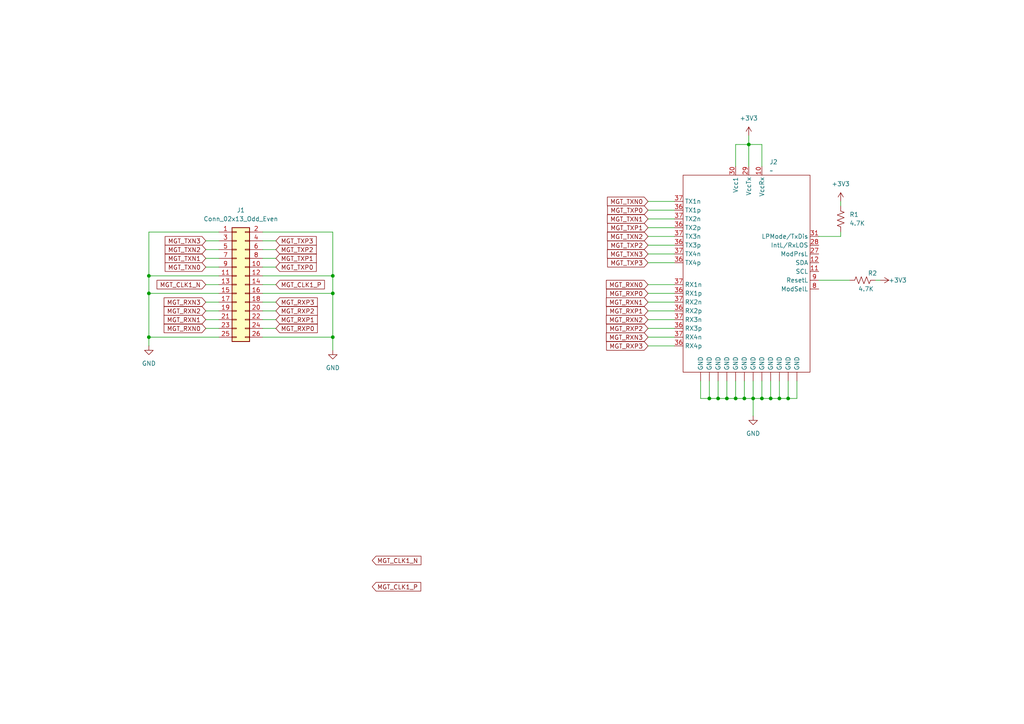
<source format=kicad_sch>
(kicad_sch (version 20231120) (generator "eeschema") (generator_version "8.0")
  (paper "A4")
  (lib_symbols
    (symbol "Connector_Generic:Conn_02x13_Odd_Even" (pin_names (offset 1.016) hide)
      (property "Reference" "J" (at 1.27 17.78 0))
      (property "Value" "Conn_02x13_Odd_Even" (at 1.27 -17.78 0))
      (symbol "Conn_02x13_Odd_Even_1_1"
        (rectangle (start -1.27 -15.113) (end 0 -15.367) (stroke (width 0.1524)))
        (rectangle (start -1.27 -12.573) (end 0 -12.827) (stroke (width 0.1524)))
        (rectangle (start -1.27 -10.033) (end 0 -10.287) (stroke (width 0.1524)))
        (rectangle (start -1.27 -7.493) (end 0 -7.747) (stroke (width 0.1524)))
        (rectangle (start -1.27 -4.953) (end 0 -5.207) (stroke (width 0.1524)))
        (rectangle (start -1.27 -2.413) (end 0 -2.667) (stroke (width 0.1524)))
        (rectangle (start -1.27 0.127) (end 0 -0.127) (stroke (width 0.1524)))
        (rectangle (start -1.27 2.667) (end 0 2.413) (stroke (width 0.1524)))
        (rectangle (start -1.27 5.207) (end 0 4.953) (stroke (width 0.1524)))
        (rectangle (start -1.27 7.747) (end 0 7.493) (stroke (width 0.1524)))
        (rectangle (start -1.27 10.287) (end 0 10.033) (stroke (width 0.1524)))
        (rectangle (start -1.27 12.827) (end 0 12.573) (stroke (width 0.1524)))
        (rectangle (start -1.27 15.367) (end 0 15.113) (stroke (width 0.1524)))
        (rectangle (start -1.27 16.51) (end 3.81 -16.51) (stroke (width 0.254)) (fill (type background)))
        (rectangle (start 3.81 -15.113) (end 2.54 -15.367) (stroke (width 0.1524)))
        (rectangle (start 3.81 -12.573) (end 2.54 -12.827) (stroke (width 0.1524)))
        (rectangle (start 3.81 -10.033) (end 2.54 -10.287) (stroke (width 0.1524)))
        (rectangle (start 3.81 -7.493) (end 2.54 -7.747) (stroke (width 0.1524)))
        (rectangle (start 3.81 -4.953) (end 2.54 -5.207) (stroke (width 0.1524)))
        (rectangle (start 3.81 -2.413) (end 2.54 -2.667) (stroke (width 0.1524)))
        (rectangle (start 3.81 0.127) (end 2.54 -0.127) (stroke (width 0.1524)))
        (rectangle (start 3.81 2.667) (end 2.54 2.413) (stroke (width 0.1524)))
        (rectangle (start 3.81 5.207) (end 2.54 4.953) (stroke (width 0.1524)))
        (rectangle (start 3.81 7.747) (end 2.54 7.493) (stroke (width 0.1524)))
        (rectangle (start 3.81 10.287) (end 2.54 10.033) (stroke (width 0.1524)))
        (rectangle (start 3.81 12.827) (end 2.54 12.573) (stroke (width 0.1524)))
        (rectangle (start 3.81 15.367) (end 2.54 15.113) (stroke (width 0.1524)))
        (pin passive line (at -5.08 15.24 0) (length 3.81) (name "Pin_1") (number "1"))
        (pin passive line (at 7.62 5.08 180) (length 3.81) (name "Pin_10") (number "10"))
        (pin passive line (at -5.08 2.54 0) (length 3.81) (name "Pin_11") (number "11"))
        (pin passive line (at 7.62 2.54 180) (length 3.81) (name "Pin_12") (number "12"))
        (pin passive line (at -5.08 0 0) (length 3.81) (name "Pin_13") (number "13"))
        (pin passive line (at 7.62 0 180) (length 3.81) (name "Pin_14") (number "14"))
        (pin passive line (at -5.08 -2.54 0) (length 3.81) (name "Pin_15") (number "15"))
        (pin passive line (at 7.62 -2.54 180) (length 3.81) (name "Pin_16") (number "16"))
        (pin passive line (at -5.08 -5.08 0) (length 3.81) (name "Pin_17") (number "17"))
        (pin passive line (at 7.62 -5.08 180) (length 3.81) (name "Pin_18") (number "18"))
        (pin passive line (at -5.08 -7.62 0) (length 3.81) (name "Pin_19") (number "19"))
        (pin passive line (at 7.62 15.24 180) (length 3.81) (name "Pin_2") (number "2"))
        (pin passive line (at 7.62 -7.62 180) (length 3.81) (name "Pin_20") (number "20"))
        (pin passive line (at -5.08 -10.16 0) (length 3.81) (name "Pin_21") (number "21"))
        (pin passive line (at 7.62 -10.16 180) (length 3.81) (name "Pin_22") (number "22"))
        (pin passive line (at -5.08 -12.7 0) (length 3.81) (name "Pin_23") (number "23"))
        (pin passive line (at 7.62 -12.7 180) (length 3.81) (name "Pin_24") (number "24"))
        (pin passive line (at -5.08 -15.24 0) (length 3.81) (name "Pin_25") (number "25"))
        (pin passive line (at 7.62 -15.24 180) (length 3.81) (name "Pin_26") (number "26"))
        (pin passive line (at -5.08 12.7 0) (length 3.81) (name "Pin_3") (number "3"))
        (pin passive line (at 7.62 12.7 180) (length 3.81) (name "Pin_4") (number "4"))
        (pin passive line (at -5.08 10.16 0) (length 3.81) (name "Pin_5") (number "5"))
        (pin passive line (at 7.62 10.16 180) (length 3.81) (name "Pin_6") (number "6"))
        (pin passive line (at -5.08 7.62 0) (length 3.81) (name "Pin_7") (number "7"))
        (pin passive line (at 7.62 7.62 180) (length 3.81) (name "Pin_8") (number "8"))
        (pin passive line (at -5.08 5.08 0) (length 3.81) (name "Pin_9") (number "9"))
      )
    )
    (symbol "Device:R_US" (pin_numbers hide) (pin_names (offset 0))
      (property "Reference" "R" (at 2.54 0 90))
      (property "Value" "R_US" (at -2.54 0 90))
      (symbol "R_US_0_1"
        (polyline (pts (xy 0 -2.286) (xy 0 -2.54)))
        (polyline (pts (xy 0 2.286) (xy 0 2.54)))
        (polyline (pts (xy 0 -0.762) (xy 1.016 -1.143) (xy 0 -1.524) (xy -1.016 -1.905) (xy 0 -2.286)))
        (polyline (pts (xy 0 0.762) (xy 1.016 0.381) (xy 0 0) (xy -1.016 -0.381) (xy 0 -0.762)))
        (polyline (pts (xy 0 2.286) (xy 1.016 1.905) (xy 0 1.524) (xy -1.016 1.143) (xy 0 0.762)))
      )
      (symbol "R_US_1_1"
        (pin passive line (at 0 3.81 270) (length 1.27) (name "~") (number "1"))
        (pin passive line (at 0 -3.81 90) (length 1.27) (name "~") (number "2"))
      )
    )
    (symbol "QSFP:QSFP112"
      (property "Reference" "J" (at -19.812 29.464 0))
      (symbol "QSFP112_0_1"
        (rectangle (start -20.32 27.94) (end 16.51 -29.21))
      )
      (symbol "QSFP112_1_1"
        (pin power_in line (at -15.24 -31.75 90) (length 2.54) (name "GND") (number ""))
        (pin power_in line (at -12.7 -31.75 90) (length 2.54) (name "GND") (number ""))
        (pin power_in line (at -10.16 -31.75 90) (length 2.54) (name "GND") (number ""))
        (pin power_in line (at -7.62 -31.75 90) (length 2.54) (name "GND") (number ""))
        (pin power_in line (at -5.08 -31.75 90) (length 2.54) (name "GND") (number ""))
        (pin power_in line (at -2.54 -31.75 90) (length 2.54) (name "GND") (number ""))
        (pin power_in line (at 0 -31.75 90) (length 2.54) (name "GND") (number ""))
        (pin power_in line (at 2.54 -31.75 90) (length 2.54) (name "GND") (number ""))
        (pin power_in line (at 5.08 -31.75 90) (length 2.54) (name "GND") (number ""))
        (pin power_in line (at 7.62 -31.75 90) (length 2.54) (name "GND") (number ""))
        (pin power_in line (at 10.16 -31.75 90) (length 2.54) (name "GND") (number ""))
        (pin power_in line (at 12.7 -31.75 90) (length 2.54) (name "GND") (number ""))
        (pin power_in line (at 2.54 30.48 270) (length 2.54) (name "VccRx") (number "10"))
        (pin bidirectional line (at 19.05 0 180) (length 2.54) (name "SCL") (number "11"))
        (pin bidirectional line (at 19.05 2.54 180) (length 2.54) (name "SDA") (number "12"))
        (pin output line (at 19.05 5.08 180) (length 2.54) (name "ModPrsL") (number "27"))
        (pin output line (at 19.05 7.62 180) (length 2.54) (name "IntL/RxLOS") (number "28"))
        (pin power_in line (at -1.27 30.48 270) (length 2.54) (name "VccTx") (number "29"))
        (pin power_in line (at -5.08 30.48 270) (length 2.54) (name "Vcc1") (number "30"))
        (pin input line (at 19.05 10.16 180) (length 2.54) (name "LPMode/TxDis") (number "31"))
        (pin input line (at -22.86 -6.35 0) (length 2.54) (name "RX1p") (number "36"))
        (pin input line (at -22.86 -11.43 0) (length 2.54) (name "RX2p") (number "36"))
        (pin input line (at -22.86 -16.51 0) (length 2.54) (name "RX3p") (number "36"))
        (pin input line (at -22.86 -21.59 0) (length 2.54) (name "RX4p") (number "36"))
        (pin output line (at -22.86 17.78 0) (length 2.54) (name "TX1p") (number "36"))
        (pin output line (at -22.86 12.7 0) (length 2.54) (name "TX2p") (number "36"))
        (pin output line (at -22.86 7.62 0) (length 2.54) (name "TX3p") (number "36"))
        (pin output line (at -22.86 2.54 0) (length 2.54) (name "TX4p") (number "36"))
        (pin input line (at -22.86 -3.81 0) (length 2.54) (name "RX1n") (number "37"))
        (pin input line (at -22.86 -8.89 0) (length 2.54) (name "RX2n") (number "37"))
        (pin input line (at -22.86 -13.97 0) (length 2.54) (name "RX3n") (number "37"))
        (pin input line (at -22.86 -19.05 0) (length 2.54) (name "RX4n") (number "37"))
        (pin output line (at -22.86 20.32 0) (length 2.54) (name "TX1n") (number "37"))
        (pin output line (at -22.86 15.24 0) (length 2.54) (name "TX2n") (number "37"))
        (pin output line (at -22.86 10.16 0) (length 2.54) (name "TX3n") (number "37"))
        (pin output line (at -22.86 5.08 0) (length 2.54) (name "TX4n") (number "37"))
        (pin input line (at 19.05 -5.08 180) (length 2.54) (name "ModSelL") (number "8"))
        (pin input line (at 19.05 -2.54 180) (length 2.54) (name "ResetL") (number "9"))
      )
    )
    (symbol "power:+3V3" (power) (pin_numbers hide) (pin_names (offset 0) hide)
      (property "Value" "+3V3" (at 0 3.556 0))
      (symbol "+3V3_0_1"
        (polyline (pts (xy -0.762 1.27) (xy 0 2.54)))
        (polyline (pts (xy 0 0) (xy 0 2.54)))
        (polyline (pts (xy 0 2.54) (xy 0.762 1.27)))
      )
      (symbol "+3V3_1_1"
        (pin power_in line (at 0 0 90) (length 0) (name "~") (number "1"))
      )
    )
    (symbol "power:GND" (power) (pin_numbers hide) (pin_names (offset 0) hide)
      (property "Value" "GND" (at 0 -3.81 0))
      (symbol "GND_0_1"
        (polyline (pts (xy 0 0) (xy 0 -1.27) (xy 1.27 -1.27) (xy 0 -2.54) (xy -1.27 -1.27) (xy 0 -1.27)))
      )
      (symbol "GND_1_1"
        (pin power_in line (at 0 0 270) (length 0) (name "~") (number "1"))
      )
    )
  )
  (junction (at 210.82 115.57))
  (junction (at 43.18 80.01))
  (junction (at 217.17 41.91))
  (junction (at 220.98 115.57))
  (junction (at 43.18 85.09))
  (junction (at 228.6 115.57))
  (junction (at 226.06 115.57))
  (junction (at 96.52 97.79))
  (junction (at 208.28 115.57))
  (junction (at 213.36 115.57))
  (junction (at 215.9 115.57))
  (junction (at 96.52 80.01))
  (junction (at 223.52 115.57))
  (junction (at 205.74 115.57))
  (junction (at 96.52 85.09))
  (junction (at 218.44 115.57))
  (junction (at 43.18 97.79))
  (wire (pts (xy 243.84 68.58) (xy 243.84 67.31)))
  (wire (pts (xy 220.98 110.49) (xy 220.98 115.57)))
  (wire (pts (xy 208.28 110.49) (xy 208.28 115.57)))
  (wire (pts (xy 223.52 115.57) (xy 226.06 115.57)))
  (wire (pts (xy 237.49 81.28) (xy 246.38 81.28)))
  (wire (pts (xy 80.01 95.25) (xy 76.2 95.25)))
  (wire (pts (xy 187.96 73.66) (xy 195.58 73.66)))
  (wire (pts (xy 59.69 77.47) (xy 63.5 77.47)))
  (wire (pts (xy 187.96 97.79) (xy 195.58 97.79)))
  (wire (pts (xy 217.17 41.91) (xy 217.17 48.26)))
  (wire (pts (xy 59.69 95.25) (xy 63.5 95.25)))
  (wire (pts (xy 43.18 80.01) (xy 43.18 85.09)))
  (wire (pts (xy 205.74 110.49) (xy 205.74 115.57)))
  (wire (pts (xy 231.14 110.49) (xy 231.14 115.57)))
  (wire (pts (xy 187.96 90.17) (xy 195.58 90.17)))
  (wire (pts (xy 220.98 48.26) (xy 220.98 41.91)))
  (wire (pts (xy 210.82 110.49) (xy 210.82 115.57)))
  (wire (pts (xy 80.01 77.47) (xy 76.2 77.47)))
  (wire (pts (xy 228.6 115.57) (xy 231.14 115.57)))
  (wire (pts (xy 187.96 85.09) (xy 195.58 85.09)))
  (wire (pts (xy 80.01 87.63) (xy 76.2 87.63)))
  (wire (pts (xy 187.96 58.42) (xy 195.58 58.42)))
  (wire (pts (xy 96.52 67.31) (xy 96.52 80.01)))
  (wire (pts (xy 43.18 80.01) (xy 63.5 80.01)))
  (wire (pts (xy 187.96 71.12) (xy 195.58 71.12)))
  (wire (pts (xy 43.18 97.79) (xy 63.5 97.79)))
  (wire (pts (xy 237.49 68.58) (xy 243.84 68.58)))
  (wire (pts (xy 255.27 81.28) (xy 254 81.28)))
  (wire (pts (xy 187.96 63.5) (xy 195.58 63.5)))
  (wire (pts (xy 96.52 80.01) (xy 96.52 85.09)))
  (wire (pts (xy 59.69 92.71) (xy 63.5 92.71)))
  (wire (pts (xy 220.98 115.57) (xy 223.52 115.57)))
  (wire (pts (xy 80.01 90.17) (xy 76.2 90.17)))
  (wire (pts (xy 43.18 85.09) (xy 43.18 97.79)))
  (wire (pts (xy 226.06 110.49) (xy 226.06 115.57)))
  (wire (pts (xy 59.69 90.17) (xy 63.5 90.17)))
  (wire (pts (xy 59.69 69.85) (xy 63.5 69.85)))
  (wire (pts (xy 218.44 115.57) (xy 218.44 120.65)))
  (wire (pts (xy 80.01 82.55) (xy 76.2 82.55)))
  (wire (pts (xy 76.2 80.01) (xy 96.52 80.01)))
  (wire (pts (xy 59.69 74.93) (xy 63.5 74.93)))
  (wire (pts (xy 243.84 58.42) (xy 243.84 59.69)))
  (wire (pts (xy 217.17 41.91) (xy 213.36 41.91)))
  (wire (pts (xy 96.52 97.79) (xy 96.52 101.6)))
  (wire (pts (xy 96.52 85.09) (xy 96.52 97.79)))
  (wire (pts (xy 187.96 60.96) (xy 195.58 60.96)))
  (wire (pts (xy 76.2 85.09) (xy 96.52 85.09)))
  (wire (pts (xy 215.9 115.57) (xy 218.44 115.57)))
  (wire (pts (xy 43.18 85.09) (xy 63.5 85.09)))
  (wire (pts (xy 80.01 69.85) (xy 76.2 69.85)))
  (wire (pts (xy 187.96 76.2) (xy 195.58 76.2)))
  (wire (pts (xy 218.44 115.57) (xy 220.98 115.57)))
  (wire (pts (xy 213.36 115.57) (xy 215.9 115.57)))
  (wire (pts (xy 187.96 87.63) (xy 195.58 87.63)))
  (wire (pts (xy 208.28 115.57) (xy 210.82 115.57)))
  (wire (pts (xy 223.52 110.49) (xy 223.52 115.57)))
  (wire (pts (xy 59.69 82.55) (xy 63.5 82.55)))
  (wire (pts (xy 213.36 110.49) (xy 213.36 115.57)))
  (wire (pts (xy 59.69 87.63) (xy 63.5 87.63)))
  (wire (pts (xy 187.96 95.25) (xy 195.58 95.25)))
  (wire (pts (xy 228.6 110.49) (xy 228.6 115.57)))
  (wire (pts (xy 59.69 72.39) (xy 63.5 72.39)))
  (wire (pts (xy 213.36 41.91) (xy 213.36 48.26)))
  (wire (pts (xy 187.96 68.58) (xy 195.58 68.58)))
  (wire (pts (xy 217.17 41.91) (xy 220.98 41.91)))
  (wire (pts (xy 76.2 97.79) (xy 96.52 97.79)))
  (wire (pts (xy 215.9 110.49) (xy 215.9 115.57)))
  (wire (pts (xy 80.01 72.39) (xy 76.2 72.39)))
  (wire (pts (xy 203.2 110.49) (xy 203.2 115.57)))
  (wire (pts (xy 217.17 39.37) (xy 217.17 41.91)))
  (wire (pts (xy 187.96 92.71) (xy 195.58 92.71)))
  (wire (pts (xy 187.96 82.55) (xy 195.58 82.55)))
  (wire (pts (xy 187.96 66.04) (xy 195.58 66.04)))
  (wire (pts (xy 210.82 115.57) (xy 213.36 115.57)))
  (wire (pts (xy 43.18 97.79) (xy 43.18 100.33)))
  (wire (pts (xy 218.44 110.49) (xy 218.44 115.57)))
  (wire (pts (xy 43.18 67.31) (xy 43.18 80.01)))
  (wire (pts (xy 76.2 67.31) (xy 96.52 67.31)))
  (wire (pts (xy 80.01 74.93) (xy 76.2 74.93)))
  (wire (pts (xy 80.01 92.71) (xy 76.2 92.71)))
  (wire (pts (xy 226.06 115.57) (xy 228.6 115.57)))
  (wire (pts (xy 43.18 67.31) (xy 63.5 67.31)))
  (wire (pts (xy 187.96 100.33) (xy 195.58 100.33)))
  (wire (pts (xy 203.2 115.57) (xy 205.74 115.57)))
  (wire (pts (xy 205.74 115.57) (xy 208.28 115.57)))
  (global_label "MGT_RXP2" (shape input) (at 187.96 95.25 180) (property "Intersheetrefs" "${INTERSHEET_REFS}" (effects (hide yes))))
  (global_label "MGT_TXN2" (shape input) (at 59.69 72.39 180) (property "Intersheetrefs" "${INTERSHEET_REFS}" (effects (hide yes))))
  (global_label "MGT_CLK1_P" (shape input) (at 80.01 82.55 0) (property "Intersheetrefs" "${INTERSHEET_REFS}" (effects (hide yes))))
  (global_label "MGT_TXP2" (shape input) (at 80.01 72.39 0) (property "Intersheetrefs" "${INTERSHEET_REFS}" (effects (hide yes))))
  (global_label "MGT_TXP0" (shape input) (at 80.01 77.47 0) (property "Intersheetrefs" "${INTERSHEET_REFS}" (effects (hide yes))))
  (global_label "MGT_TXN1" (shape input) (at 187.96 63.5 180) (property "Intersheetrefs" "${INTERSHEET_REFS}" (effects (hide yes))))
  (global_label "MGT_TXN2" (shape input) (at 187.96 68.58 180) (property "Intersheetrefs" "${INTERSHEET_REFS}" (effects (hide yes))))
  (global_label "MGT_RXN0" (shape input) (at 59.69 95.25 180) (property "Intersheetrefs" "${INTERSHEET_REFS}" (effects (hide yes))))
  (global_label "MGT_RXP1" (shape input) (at 187.96 90.17 180) (property "Intersheetrefs" "${INTERSHEET_REFS}" (effects (hide yes))))
  (global_label "MGT_RXN2" (shape input) (at 187.96 92.71 180) (property "Intersheetrefs" "${INTERSHEET_REFS}" (effects (hide yes))))
  (global_label "MGT_TXN0" (shape input) (at 187.96 58.42 180) (property "Intersheetrefs" "${INTERSHEET_REFS}" (effects (hide yes))))
  (global_label "MGT_RXP0" (shape input) (at 187.96 85.09 180) (property "Intersheetrefs" "${INTERSHEET_REFS}" (effects (hide yes))))
  (global_label "MGT_RXN1" (shape input) (at 187.96 87.63 180) (property "Intersheetrefs" "${INTERSHEET_REFS}" (effects (hide yes))))
  (global_label "MGT_RXN2" (shape input) (at 59.69 90.17 180) (property "Intersheetrefs" "${INTERSHEET_REFS}" (effects (hide yes))))
  (global_label "MGT_RXN3" (shape input) (at 187.96 97.79 180) (property "Intersheetrefs" "${INTERSHEET_REFS}" (effects (hide yes))))
  (global_label "MGT_RXP2" (shape input) (at 80.01 90.17 0) (property "Intersheetrefs" "${INTERSHEET_REFS}" (effects (hide yes))))
  (global_label "MGT_RXP3" (shape input) (at 80.01 87.63 0) (property "Intersheetrefs" "${INTERSHEET_REFS}" (effects (hide yes))))
  (global_label "MGT_CLK1_N" (shape input) (at 107.95 162.56 0) (property "Intersheetrefs" "${INTERSHEET_REFS}" (effects (hide yes))))
  (global_label "MGT_TXP3" (shape input) (at 187.96 76.2 180) (property "Intersheetrefs" "${INTERSHEET_REFS}" (effects (hide yes))))
  (global_label "MGT_TXN0" (shape input) (at 59.69 77.47 180) (property "Intersheetrefs" "${INTERSHEET_REFS}" (effects (hide yes))))
  (global_label "MGT_RXP1" (shape input) (at 80.01 92.71 0) (property "Intersheetrefs" "${INTERSHEET_REFS}" (effects (hide yes))))
  (global_label "MGT_TXP1" (shape input) (at 187.96 66.04 180) (property "Intersheetrefs" "${INTERSHEET_REFS}" (effects (hide yes))))
  (global_label "MGT_RXN1" (shape input) (at 59.69 92.71 180) (property "Intersheetrefs" "${INTERSHEET_REFS}" (effects (hide yes))))
  (global_label "MGT_TXN3" (shape input) (at 59.69 69.85 180) (property "Intersheetrefs" "${INTERSHEET_REFS}" (effects (hide yes))))
  (global_label "MGT_CLK1_N" (shape input) (at 59.69 82.55 180) (property "Intersheetrefs" "${INTERSHEET_REFS}" (effects (hide yes))))
  (global_label "MGT_CLK1_P" (shape input) (at 107.95 170.18 0) (property "Intersheetrefs" "${INTERSHEET_REFS}" (effects (hide yes))))
  (global_label "MGT_RXP3" (shape input) (at 187.96 100.33 180) (property "Intersheetrefs" "${INTERSHEET_REFS}" (effects (hide yes))))
  (global_label "MGT_TXN3" (shape input) (at 187.96 73.66 180) (property "Intersheetrefs" "${INTERSHEET_REFS}" (effects (hide yes))))
  (global_label "MGT_TXP0" (shape input) (at 187.96 60.96 180) (property "Intersheetrefs" "${INTERSHEET_REFS}" (effects (hide yes))))
  (global_label "MGT_RXN0" (shape input) (at 187.96 82.55 180) (property "Intersheetrefs" "${INTERSHEET_REFS}" (effects (hide yes))))
  (global_label "MGT_RXP0" (shape input) (at 80.01 95.25 0) (property "Intersheetrefs" "${INTERSHEET_REFS}" (effects (hide yes))))
  (global_label "MGT_TXP3" (shape input) (at 80.01 69.85 0) (property "Intersheetrefs" "${INTERSHEET_REFS}" (effects (hide yes))))
  (global_label "MGT_TXN1" (shape input) (at 59.69 74.93 180) (property "Intersheetrefs" "${INTERSHEET_REFS}" (effects (hide yes))))
  (global_label "MGT_TXP1" (shape input) (at 80.01 74.93 0) (property "Intersheetrefs" "${INTERSHEET_REFS}" (effects (hide yes))))
  (global_label "MGT_RXN3" (shape input) (at 59.69 87.63 180) (property "Intersheetrefs" "${INTERSHEET_REFS}" (effects (hide yes))))
  (global_label "MGT_TXP2" (shape input) (at 187.96 71.12 180) (property "Intersheetrefs" "${INTERSHEET_REFS}" (effects (hide yes))))
  (symbol (lib_id "power:GND") (at 96.52 101.6 0) (unit 1)
    (property "Reference" "#PWR02" (effects (hide yes)))
    (property "Value" "GND" (at 96.52 106.68 0))
    (property "Description" "Power symbol creates a global label with name \"GND\" , ground" (effects (hide yes)))
  )
  (symbol (lib_id "Device:R_US") (at 250.19 81.28 270) (unit 1)
    (property "Reference" "R2" (at 251.714 79.248 90) (effects (justify left)))
    (property "Value" "4.7K" (at 248.9201 83.82 90) (effects (justify left)))
    (property "Description" "Resistor, US symbol" (effects (hide yes)))
  )
  (symbol (lib_id "power:GND") (at 218.44 120.65 0) (unit 1)
    (property "Reference" "#PWR04" (effects (hide yes)))
    (property "Value" "GND" (at 218.44 125.73 0))
    (property "Description" "Power symbol creates a global label with name \"GND\" , ground" (effects (hide yes)))
  )
  (symbol (lib_id "QSFP:QSFP112") (at 218.44 78.74 0) (unit 1)
    (property "Reference" "J2" (at 223.1741 46.99 0) (effects (justify left)))
    (property "Value" "~" (at 223.1741 49.53 0) (effects (justify left)))
  )
  (symbol (lib_id "Device:R_US") (at 243.84 63.5 0) (unit 1)
    (property "Reference" "R1" (at 246.38 62.2299 0) (effects (justify left)))
    (property "Value" "4.7K" (at 246.38 64.7699 0) (effects (justify left)))
    (property "Description" "Resistor, US symbol" (effects (hide yes)))
  )
  (symbol (lib_id "power:+3V3") (at 243.84 58.42 0) (unit 1)
    (property "Reference" "#PWR05" (effects (hide yes)))
    (property "Value" "+3V3" (at 243.84 53.34 0))
    (property "Description" "Power symbol creates a global label with name \"+3V3\"" (effects (hide yes)))
  )
  (symbol (lib_id "power:+3V3") (at 217.17 39.37 0) (unit 1)
    (property "Reference" "#PWR03" (effects (hide yes)))
    (property "Value" "+3V3" (at 217.17 34.29 0))
    (property "Description" "Power symbol creates a global label with name \"+3V3\"" (effects (hide yes)))
  )
  (symbol (lib_id "Connector_Generic:Conn_02x13_Odd_Even") (at 68.58 82.55 0) (unit 1)
    (property "Reference" "J1" (at 69.85 60.96 0))
    (property "Value" "Conn_02x13_Odd_Even" (at 69.85 63.5 0))
    (property "Description" "Generic connector, double row, 02x13, odd/even pin numbering scheme (row 1 odd numbers, row 2 even numbers), script generated (kicad-library-utils/schlib/autogen/connector/)" (effects (hide yes)))
  )
  (symbol (lib_id "power:GND") (at 43.18 100.33 0) (unit 1)
    (property "Reference" "#PWR01" (effects (hide yes)))
    (property "Value" "GND" (at 43.18 105.41 0))
    (property "Description" "Power symbol creates a global label with name \"GND\" , ground" (effects (hide yes)))
  )
  (symbol (lib_id "power:+3V3") (at 255.27 81.28 270) (unit 1)
    (property "Reference" "#PWR06" (effects (hide yes)))
    (property "Value" "+3V3" (at 260.35 81.28 90))
    (property "Description" "Power symbol creates a global label with name \"+3V3\"" (effects (hide yes)))
  )
)
</source>
